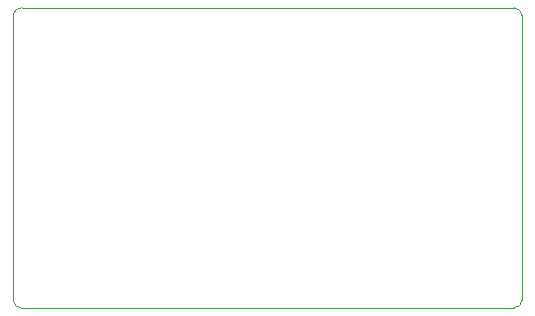
<source format=gbr>
G04 (created by PCBNEW (2013-07-07 BZR 4022)-stable) date 2/14/2015 6:51:15 PM*
%MOIN*%
G04 Gerber Fmt 3.4, Leading zero omitted, Abs format*
%FSLAX34Y34*%
G01*
G70*
G90*
G04 APERTURE LIST*
%ADD10C,0.00590551*%
%ADD11C,0.00393701*%
G04 APERTURE END LIST*
G54D10*
G54D11*
X75750Y-69000D02*
X92200Y-69000D01*
X92200Y-59000D02*
X75775Y-59000D01*
X92450Y-68750D02*
X92450Y-59250D01*
X92200Y-69000D02*
G75*
G03X92450Y-68750I0J250D01*
G74*
G01*
X75500Y-68750D02*
X75500Y-59225D01*
X75500Y-68750D02*
G75*
G03X75750Y-69000I250J0D01*
G74*
G01*
X75774Y-58999D02*
G75*
G03X75499Y-59225I-24J-250D01*
G74*
G01*
X92450Y-59250D02*
G75*
G03X92200Y-59000I-250J0D01*
G74*
G01*
M02*

</source>
